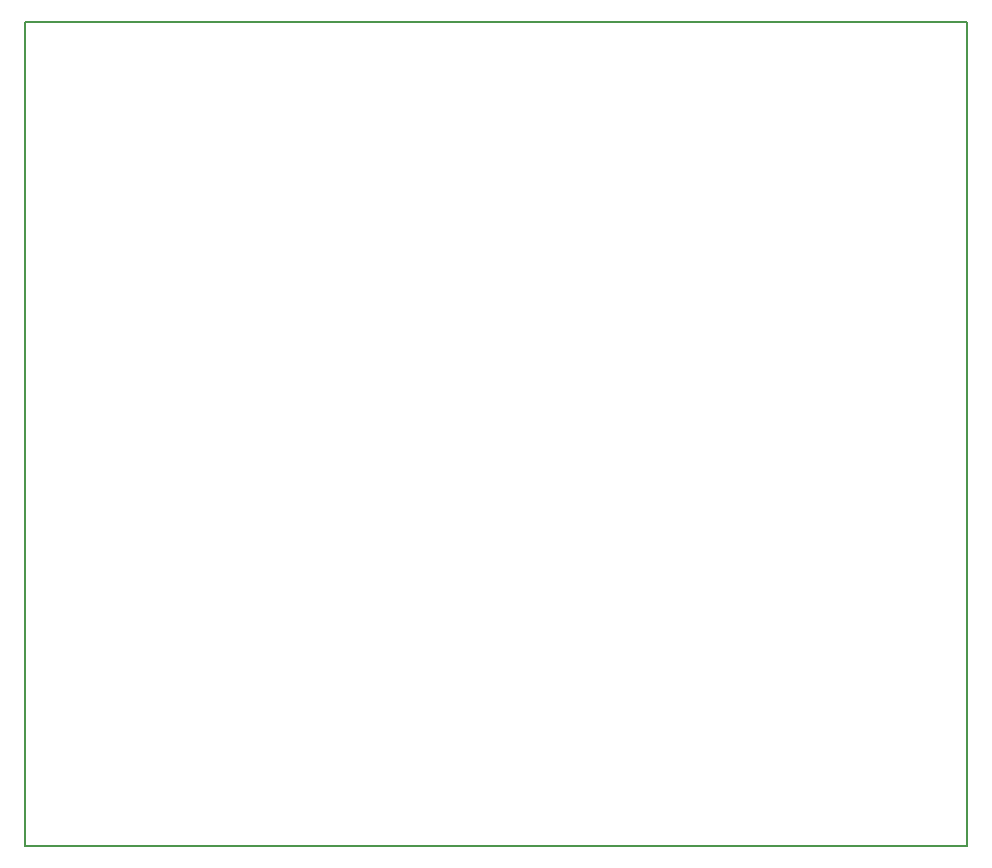
<source format=gm1>
G04 MADE WITH FRITZING*
G04 WWW.FRITZING.ORG*
G04 DOUBLE SIDED*
G04 HOLES PLATED*
G04 CONTOUR ON CENTER OF CONTOUR VECTOR*
%ASAXBY*%
%FSLAX23Y23*%
%MOIN*%
%OFA0B0*%
%SFA1.0B1.0*%
%ADD10R,3.149610X2.755910*%
%ADD11C,0.008000*%
%ADD10C,0.008*%
%LNCONTOUR*%
G90*
G70*
G54D10*
G54D11*
X4Y2752D02*
X3146Y2752D01*
X3146Y4D01*
X4Y4D01*
X4Y2752D01*
D02*
G04 End of contour*
M02*
</source>
